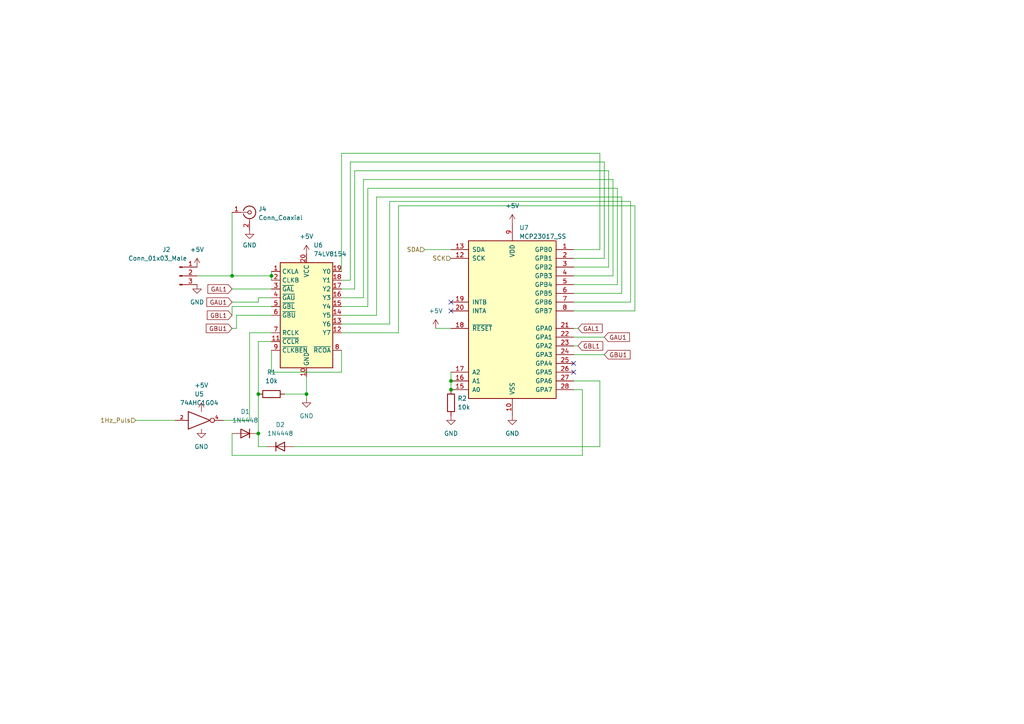
<source format=kicad_sch>
(kicad_sch (version 20211123) (generator eeschema)

  (uuid 462dd96b-90e1-4ed6-b370-eb594599d7b3)

  (paper "A4")

  (lib_symbols
    (symbol "74xGxx:74AHC1G04" (pin_names (offset 1.016)) (in_bom yes) (on_board yes)
      (property "Reference" "U" (id 0) (at -2.54 3.81 0)
        (effects (font (size 1.27 1.27)))
      )
      (property "Value" "74AHC1G04" (id 1) (at 0 -3.81 0)
        (effects (font (size 1.27 1.27)))
      )
      (property "Footprint" "" (id 2) (at 0 0 0)
        (effects (font (size 1.27 1.27)) hide)
      )
      (property "Datasheet" "http://www.ti.com/lit/sg/scyt129e/scyt129e.pdf" (id 3) (at 0 0 0)
        (effects (font (size 1.27 1.27)) hide)
      )
      (property "ki_keywords" "Single Gate NOT LVC CMOS" (id 4) (at 0 0 0)
        (effects (font (size 1.27 1.27)) hide)
      )
      (property "ki_description" "Single NOT Gate, Low-Voltage CMOS" (id 5) (at 0 0 0)
        (effects (font (size 1.27 1.27)) hide)
      )
      (property "ki_fp_filters" "SOT* SG-*" (id 6) (at 0 0 0)
        (effects (font (size 1.27 1.27)) hide)
      )
      (symbol "74AHC1G04_0_1"
        (polyline
          (pts
            (xy -3.81 2.54)
            (xy -3.81 -2.54)
            (xy 2.54 0)
            (xy -3.81 2.54)
          )
          (stroke (width 0.254) (type default) (color 0 0 0 0))
          (fill (type none))
        )
      )
      (symbol "74AHC1G04_1_1"
        (pin input line (at -7.62 0 0) (length 3.81)
          (name "~" (effects (font (size 1.016 1.016))))
          (number "2" (effects (font (size 1.016 1.016))))
        )
        (pin power_in line (at 0 -2.54 270) (length 0) hide
          (name "GND" (effects (font (size 1.016 1.016))))
          (number "3" (effects (font (size 1.016 1.016))))
        )
        (pin output inverted (at 6.35 0 180) (length 3.81)
          (name "~" (effects (font (size 1.016 1.016))))
          (number "4" (effects (font (size 1.016 1.016))))
        )
        (pin power_in line (at 0 2.54 90) (length 0) hide
          (name "VCC" (effects (font (size 1.016 1.016))))
          (number "5" (effects (font (size 1.016 1.016))))
        )
      )
    )
    (symbol "74xx:74LV8154" (in_bom yes) (on_board yes)
      (property "Reference" "U" (id 0) (at -6.35 16.51 0)
        (effects (font (size 1.27 1.27)))
      )
      (property "Value" "74LV8154" (id 1) (at 6.35 16.51 0)
        (effects (font (size 1.27 1.27)))
      )
      (property "Footprint" "" (id 2) (at -6.35 16.51 0)
        (effects (font (size 1.27 1.27)) hide)
      )
      (property "Datasheet" "http://www.ti.com/lit/ds/symlink/sn74lv8154.pdf" (id 3) (at -6.35 16.51 0)
        (effects (font (size 1.27 1.27)) hide)
      )
      (property "ki_keywords" "counter binary" (id 4) (at 0 0 0)
        (effects (font (size 1.27 1.27)) hide)
      )
      (property "ki_description" "Dual 16-bit binary counter" (id 5) (at 0 0 0)
        (effects (font (size 1.27 1.27)) hide)
      )
      (property "ki_fp_filters" "TSSOP*4.4x6.5mm*P0.65mm* DIP*W7.62mm*" (id 6) (at 0 0 0)
        (effects (font (size 1.27 1.27)) hide)
      )
      (symbol "74LV8154_0_1"
        (rectangle (start -7.62 15.24) (end 7.62 -15.24)
          (stroke (width 0.254) (type default) (color 0 0 0 0))
          (fill (type background))
        )
      )
      (symbol "74LV8154_1_1"
        (pin input line (at -10.16 12.7 0) (length 2.54)
          (name "CKLA" (effects (font (size 1.27 1.27))))
          (number "1" (effects (font (size 1.27 1.27))))
        )
        (pin power_in line (at 0 -17.78 90) (length 2.54)
          (name "GND" (effects (font (size 1.27 1.27))))
          (number "10" (effects (font (size 1.27 1.27))))
        )
        (pin input line (at -10.16 -7.62 0) (length 2.54)
          (name "~{CCLR}" (effects (font (size 1.27 1.27))))
          (number "11" (effects (font (size 1.27 1.27))))
        )
        (pin output line (at 10.16 -5.08 180) (length 2.54)
          (name "Y7" (effects (font (size 1.27 1.27))))
          (number "12" (effects (font (size 1.27 1.27))))
        )
        (pin output line (at 10.16 -2.54 180) (length 2.54)
          (name "Y6" (effects (font (size 1.27 1.27))))
          (number "13" (effects (font (size 1.27 1.27))))
        )
        (pin output line (at 10.16 0 180) (length 2.54)
          (name "Y5" (effects (font (size 1.27 1.27))))
          (number "14" (effects (font (size 1.27 1.27))))
        )
        (pin output line (at 10.16 2.54 180) (length 2.54)
          (name "Y4" (effects (font (size 1.27 1.27))))
          (number "15" (effects (font (size 1.27 1.27))))
        )
        (pin output line (at 10.16 5.08 180) (length 2.54)
          (name "Y3" (effects (font (size 1.27 1.27))))
          (number "16" (effects (font (size 1.27 1.27))))
        )
        (pin output line (at 10.16 7.62 180) (length 2.54)
          (name "Y2" (effects (font (size 1.27 1.27))))
          (number "17" (effects (font (size 1.27 1.27))))
        )
        (pin output line (at 10.16 10.16 180) (length 2.54)
          (name "Y1" (effects (font (size 1.27 1.27))))
          (number "18" (effects (font (size 1.27 1.27))))
        )
        (pin output line (at 10.16 12.7 180) (length 2.54)
          (name "Y0" (effects (font (size 1.27 1.27))))
          (number "19" (effects (font (size 1.27 1.27))))
        )
        (pin input line (at -10.16 10.16 0) (length 2.54)
          (name "CLKB" (effects (font (size 1.27 1.27))))
          (number "2" (effects (font (size 1.27 1.27))))
        )
        (pin power_in line (at 0 17.78 270) (length 2.54)
          (name "VCC" (effects (font (size 1.27 1.27))))
          (number "20" (effects (font (size 1.27 1.27))))
        )
        (pin input line (at -10.16 7.62 0) (length 2.54)
          (name "~{GAL}" (effects (font (size 1.27 1.27))))
          (number "3" (effects (font (size 1.27 1.27))))
        )
        (pin input line (at -10.16 5.08 0) (length 2.54)
          (name "~{GAU}" (effects (font (size 1.27 1.27))))
          (number "4" (effects (font (size 1.27 1.27))))
        )
        (pin input line (at -10.16 2.54 0) (length 2.54)
          (name "~{GBL}" (effects (font (size 1.27 1.27))))
          (number "5" (effects (font (size 1.27 1.27))))
        )
        (pin input line (at -10.16 0 0) (length 2.54)
          (name "~{GBU}" (effects (font (size 1.27 1.27))))
          (number "6" (effects (font (size 1.27 1.27))))
        )
        (pin input line (at -10.16 -5.08 0) (length 2.54)
          (name "RCLK" (effects (font (size 1.27 1.27))))
          (number "7" (effects (font (size 1.27 1.27))))
        )
        (pin output line (at 10.16 -10.16 180) (length 2.54)
          (name "~{RCOA}" (effects (font (size 1.27 1.27))))
          (number "8" (effects (font (size 1.27 1.27))))
        )
        (pin input line (at -10.16 -10.16 0) (length 2.54)
          (name "~{CLKBEN}" (effects (font (size 1.27 1.27))))
          (number "9" (effects (font (size 1.27 1.27))))
        )
      )
    )
    (symbol "Connector:Conn_01x03_Male" (pin_names (offset 1.016) hide) (in_bom yes) (on_board yes)
      (property "Reference" "J" (id 0) (at 0 5.08 0)
        (effects (font (size 1.27 1.27)))
      )
      (property "Value" "Conn_01x03_Male" (id 1) (at 0 -5.08 0)
        (effects (font (size 1.27 1.27)))
      )
      (property "Footprint" "" (id 2) (at 0 0 0)
        (effects (font (size 1.27 1.27)) hide)
      )
      (property "Datasheet" "~" (id 3) (at 0 0 0)
        (effects (font (size 1.27 1.27)) hide)
      )
      (property "ki_keywords" "connector" (id 4) (at 0 0 0)
        (effects (font (size 1.27 1.27)) hide)
      )
      (property "ki_description" "Generic connector, single row, 01x03, script generated (kicad-library-utils/schlib/autogen/connector/)" (id 5) (at 0 0 0)
        (effects (font (size 1.27 1.27)) hide)
      )
      (property "ki_fp_filters" "Connector*:*_1x??_*" (id 6) (at 0 0 0)
        (effects (font (size 1.27 1.27)) hide)
      )
      (symbol "Conn_01x03_Male_1_1"
        (polyline
          (pts
            (xy 1.27 -2.54)
            (xy 0.8636 -2.54)
          )
          (stroke (width 0.1524) (type default) (color 0 0 0 0))
          (fill (type none))
        )
        (polyline
          (pts
            (xy 1.27 0)
            (xy 0.8636 0)
          )
          (stroke (width 0.1524) (type default) (color 0 0 0 0))
          (fill (type none))
        )
        (polyline
          (pts
            (xy 1.27 2.54)
            (xy 0.8636 2.54)
          )
          (stroke (width 0.1524) (type default) (color 0 0 0 0))
          (fill (type none))
        )
        (rectangle (start 0.8636 -2.413) (end 0 -2.667)
          (stroke (width 0.1524) (type default) (color 0 0 0 0))
          (fill (type outline))
        )
        (rectangle (start 0.8636 0.127) (end 0 -0.127)
          (stroke (width 0.1524) (type default) (color 0 0 0 0))
          (fill (type outline))
        )
        (rectangle (start 0.8636 2.667) (end 0 2.413)
          (stroke (width 0.1524) (type default) (color 0 0 0 0))
          (fill (type outline))
        )
        (pin passive line (at 5.08 2.54 180) (length 3.81)
          (name "Pin_1" (effects (font (size 1.27 1.27))))
          (number "1" (effects (font (size 1.27 1.27))))
        )
        (pin passive line (at 5.08 0 180) (length 3.81)
          (name "Pin_2" (effects (font (size 1.27 1.27))))
          (number "2" (effects (font (size 1.27 1.27))))
        )
        (pin passive line (at 5.08 -2.54 180) (length 3.81)
          (name "Pin_3" (effects (font (size 1.27 1.27))))
          (number "3" (effects (font (size 1.27 1.27))))
        )
      )
    )
    (symbol "Connector:Conn_Coaxial" (pin_names (offset 1.016) hide) (in_bom yes) (on_board yes)
      (property "Reference" "J" (id 0) (at 0.254 3.048 0)
        (effects (font (size 1.27 1.27)))
      )
      (property "Value" "Conn_Coaxial" (id 1) (at 2.921 0 90)
        (effects (font (size 1.27 1.27)))
      )
      (property "Footprint" "" (id 2) (at 0 0 0)
        (effects (font (size 1.27 1.27)) hide)
      )
      (property "Datasheet" " ~" (id 3) (at 0 0 0)
        (effects (font (size 1.27 1.27)) hide)
      )
      (property "ki_keywords" "BNC SMA SMB SMC LEMO coaxial connector CINCH RCA" (id 4) (at 0 0 0)
        (effects (font (size 1.27 1.27)) hide)
      )
      (property "ki_description" "coaxial connector (BNC, SMA, SMB, SMC, Cinch/RCA, LEMO, ...)" (id 5) (at 0 0 0)
        (effects (font (size 1.27 1.27)) hide)
      )
      (property "ki_fp_filters" "*BNC* *SMA* *SMB* *SMC* *Cinch* *LEMO*" (id 6) (at 0 0 0)
        (effects (font (size 1.27 1.27)) hide)
      )
      (symbol "Conn_Coaxial_0_1"
        (arc (start -1.778 -0.508) (mid 0.2311 -1.8066) (end 1.778 0)
          (stroke (width 0.254) (type default) (color 0 0 0 0))
          (fill (type none))
        )
        (polyline
          (pts
            (xy -2.54 0)
            (xy -0.508 0)
          )
          (stroke (width 0) (type default) (color 0 0 0 0))
          (fill (type none))
        )
        (polyline
          (pts
            (xy 0 -2.54)
            (xy 0 -1.778)
          )
          (stroke (width 0) (type default) (color 0 0 0 0))
          (fill (type none))
        )
        (circle (center 0 0) (radius 0.508)
          (stroke (width 0.2032) (type default) (color 0 0 0 0))
          (fill (type none))
        )
        (arc (start 1.778 0) (mid 0.2099 1.8101) (end -1.778 0.508)
          (stroke (width 0.254) (type default) (color 0 0 0 0))
          (fill (type none))
        )
      )
      (symbol "Conn_Coaxial_1_1"
        (pin passive line (at -5.08 0 0) (length 2.54)
          (name "In" (effects (font (size 1.27 1.27))))
          (number "1" (effects (font (size 1.27 1.27))))
        )
        (pin passive line (at 0 -5.08 90) (length 2.54)
          (name "Ext" (effects (font (size 1.27 1.27))))
          (number "2" (effects (font (size 1.27 1.27))))
        )
      )
    )
    (symbol "Device:R" (pin_numbers hide) (pin_names (offset 0)) (in_bom yes) (on_board yes)
      (property "Reference" "R" (id 0) (at 2.032 0 90)
        (effects (font (size 1.27 1.27)))
      )
      (property "Value" "R" (id 1) (at 0 0 90)
        (effects (font (size 1.27 1.27)))
      )
      (property "Footprint" "" (id 2) (at -1.778 0 90)
        (effects (font (size 1.27 1.27)) hide)
      )
      (property "Datasheet" "~" (id 3) (at 0 0 0)
        (effects (font (size 1.27 1.27)) hide)
      )
      (property "ki_keywords" "R res resistor" (id 4) (at 0 0 0)
        (effects (font (size 1.27 1.27)) hide)
      )
      (property "ki_description" "Resistor" (id 5) (at 0 0 0)
        (effects (font (size 1.27 1.27)) hide)
      )
      (property "ki_fp_filters" "R_*" (id 6) (at 0 0 0)
        (effects (font (size 1.27 1.27)) hide)
      )
      (symbol "R_0_1"
        (rectangle (start -1.016 -2.54) (end 1.016 2.54)
          (stroke (width 0.254) (type default) (color 0 0 0 0))
          (fill (type none))
        )
      )
      (symbol "R_1_1"
        (pin passive line (at 0 3.81 270) (length 1.27)
          (name "~" (effects (font (size 1.27 1.27))))
          (number "1" (effects (font (size 1.27 1.27))))
        )
        (pin passive line (at 0 -3.81 90) (length 1.27)
          (name "~" (effects (font (size 1.27 1.27))))
          (number "2" (effects (font (size 1.27 1.27))))
        )
      )
    )
    (symbol "Diode:1N4448" (pin_numbers hide) (pin_names (offset 1.016) hide) (in_bom yes) (on_board yes)
      (property "Reference" "D" (id 0) (at 0 2.54 0)
        (effects (font (size 1.27 1.27)))
      )
      (property "Value" "1N4448" (id 1) (at 0 -2.54 0)
        (effects (font (size 1.27 1.27)))
      )
      (property "Footprint" "Diode_THT:D_DO-35_SOD27_P7.62mm_Horizontal" (id 2) (at 0 -4.445 0)
        (effects (font (size 1.27 1.27)) hide)
      )
      (property "Datasheet" "https://assets.nexperia.com/documents/data-sheet/1N4148_1N4448.pdf" (id 3) (at 0 0 0)
        (effects (font (size 1.27 1.27)) hide)
      )
      (property "ki_keywords" "diode" (id 4) (at 0 0 0)
        (effects (font (size 1.27 1.27)) hide)
      )
      (property "ki_description" "100V 0.15A High-speed standard diode, DO-35" (id 5) (at 0 0 0)
        (effects (font (size 1.27 1.27)) hide)
      )
      (property "ki_fp_filters" "D*DO?35*" (id 6) (at 0 0 0)
        (effects (font (size 1.27 1.27)) hide)
      )
      (symbol "1N4448_0_1"
        (polyline
          (pts
            (xy -1.27 1.27)
            (xy -1.27 -1.27)
          )
          (stroke (width 0.254) (type default) (color 0 0 0 0))
          (fill (type none))
        )
        (polyline
          (pts
            (xy 1.27 0)
            (xy -1.27 0)
          )
          (stroke (width 0) (type default) (color 0 0 0 0))
          (fill (type none))
        )
        (polyline
          (pts
            (xy 1.27 1.27)
            (xy 1.27 -1.27)
            (xy -1.27 0)
            (xy 1.27 1.27)
          )
          (stroke (width 0.254) (type default) (color 0 0 0 0))
          (fill (type none))
        )
      )
      (symbol "1N4448_1_1"
        (pin passive line (at -3.81 0 0) (length 2.54)
          (name "K" (effects (font (size 1.27 1.27))))
          (number "1" (effects (font (size 1.27 1.27))))
        )
        (pin passive line (at 3.81 0 180) (length 2.54)
          (name "A" (effects (font (size 1.27 1.27))))
          (number "2" (effects (font (size 1.27 1.27))))
        )
      )
    )
    (symbol "Interface_Expansion:MCP23017_SS" (pin_names (offset 1.016)) (in_bom yes) (on_board yes)
      (property "Reference" "U" (id 0) (at -11.43 24.13 0)
        (effects (font (size 1.27 1.27)))
      )
      (property "Value" "MCP23017_SS" (id 1) (at 0 0 0)
        (effects (font (size 1.27 1.27)))
      )
      (property "Footprint" "Package_SO:SSOP-28_5.3x10.2mm_P0.65mm" (id 2) (at 5.08 -25.4 0)
        (effects (font (size 1.27 1.27)) (justify left) hide)
      )
      (property "Datasheet" "http://ww1.microchip.com/downloads/en/DeviceDoc/20001952C.pdf" (id 3) (at 5.08 -27.94 0)
        (effects (font (size 1.27 1.27)) (justify left) hide)
      )
      (property "ki_keywords" "I2C parallel port expander" (id 4) (at 0 0 0)
        (effects (font (size 1.27 1.27)) hide)
      )
      (property "ki_description" "16-bit I/O expander, I2C, interrupts, w pull-ups, SSOP-28" (id 5) (at 0 0 0)
        (effects (font (size 1.27 1.27)) hide)
      )
      (property "ki_fp_filters" "SSOP*5.3x10.2mm*P0.65mm*" (id 6) (at 0 0 0)
        (effects (font (size 1.27 1.27)) hide)
      )
      (symbol "MCP23017_SS_0_1"
        (rectangle (start -12.7 22.86) (end 12.7 -22.86)
          (stroke (width 0.254) (type default) (color 0 0 0 0))
          (fill (type background))
        )
      )
      (symbol "MCP23017_SS_1_1"
        (pin bidirectional line (at 17.78 20.32 180) (length 5.08)
          (name "GPB0" (effects (font (size 1.27 1.27))))
          (number "1" (effects (font (size 1.27 1.27))))
        )
        (pin power_in line (at 0 -27.94 90) (length 5.08)
          (name "VSS" (effects (font (size 1.27 1.27))))
          (number "10" (effects (font (size 1.27 1.27))))
        )
        (pin no_connect line (at -12.7 15.24 0) (length 5.08) hide
          (name "NC" (effects (font (size 1.27 1.27))))
          (number "11" (effects (font (size 1.27 1.27))))
        )
        (pin input line (at -17.78 17.78 0) (length 5.08)
          (name "SCK" (effects (font (size 1.27 1.27))))
          (number "12" (effects (font (size 1.27 1.27))))
        )
        (pin bidirectional line (at -17.78 20.32 0) (length 5.08)
          (name "SDA" (effects (font (size 1.27 1.27))))
          (number "13" (effects (font (size 1.27 1.27))))
        )
        (pin no_connect line (at -12.7 12.7 0) (length 5.08) hide
          (name "NC" (effects (font (size 1.27 1.27))))
          (number "14" (effects (font (size 1.27 1.27))))
        )
        (pin input line (at -17.78 -20.32 0) (length 5.08)
          (name "A0" (effects (font (size 1.27 1.27))))
          (number "15" (effects (font (size 1.27 1.27))))
        )
        (pin input line (at -17.78 -17.78 0) (length 5.08)
          (name "A1" (effects (font (size 1.27 1.27))))
          (number "16" (effects (font (size 1.27 1.27))))
        )
        (pin input line (at -17.78 -15.24 0) (length 5.08)
          (name "A2" (effects (font (size 1.27 1.27))))
          (number "17" (effects (font (size 1.27 1.27))))
        )
        (pin input line (at -17.78 -2.54 0) (length 5.08)
          (name "~{RESET}" (effects (font (size 1.27 1.27))))
          (number "18" (effects (font (size 1.27 1.27))))
        )
        (pin tri_state line (at -17.78 5.08 0) (length 5.08)
          (name "INTB" (effects (font (size 1.27 1.27))))
          (number "19" (effects (font (size 1.27 1.27))))
        )
        (pin bidirectional line (at 17.78 17.78 180) (length 5.08)
          (name "GPB1" (effects (font (size 1.27 1.27))))
          (number "2" (effects (font (size 1.27 1.27))))
        )
        (pin tri_state line (at -17.78 2.54 0) (length 5.08)
          (name "INTA" (effects (font (size 1.27 1.27))))
          (number "20" (effects (font (size 1.27 1.27))))
        )
        (pin bidirectional line (at 17.78 -2.54 180) (length 5.08)
          (name "GPA0" (effects (font (size 1.27 1.27))))
          (number "21" (effects (font (size 1.27 1.27))))
        )
        (pin bidirectional line (at 17.78 -5.08 180) (length 5.08)
          (name "GPA1" (effects (font (size 1.27 1.27))))
          (number "22" (effects (font (size 1.27 1.27))))
        )
        (pin bidirectional line (at 17.78 -7.62 180) (length 5.08)
          (name "GPA2" (effects (font (size 1.27 1.27))))
          (number "23" (effects (font (size 1.27 1.27))))
        )
        (pin bidirectional line (at 17.78 -10.16 180) (length 5.08)
          (name "GPA3" (effects (font (size 1.27 1.27))))
          (number "24" (effects (font (size 1.27 1.27))))
        )
        (pin bidirectional line (at 17.78 -12.7 180) (length 5.08)
          (name "GPA4" (effects (font (size 1.27 1.27))))
          (number "25" (effects (font (size 1.27 1.27))))
        )
        (pin bidirectional line (at 17.78 -15.24 180) (length 5.08)
          (name "GPA5" (effects (font (size 1.27 1.27))))
          (number "26" (effects (font (size 1.27 1.27))))
        )
        (pin bidirectional line (at 17.78 -17.78 180) (length 5.08)
          (name "GPA6" (effects (font (size 1.27 1.27))))
          (number "27" (effects (font (size 1.27 1.27))))
        )
        (pin bidirectional line (at 17.78 -20.32 180) (length 5.08)
          (name "GPA7" (effects (font (size 1.27 1.27))))
          (number "28" (effects (font (size 1.27 1.27))))
        )
        (pin bidirectional line (at 17.78 15.24 180) (length 5.08)
          (name "GPB2" (effects (font (size 1.27 1.27))))
          (number "3" (effects (font (size 1.27 1.27))))
        )
        (pin bidirectional line (at 17.78 12.7 180) (length 5.08)
          (name "GPB3" (effects (font (size 1.27 1.27))))
          (number "4" (effects (font (size 1.27 1.27))))
        )
        (pin bidirectional line (at 17.78 10.16 180) (length 5.08)
          (name "GPB4" (effects (font (size 1.27 1.27))))
          (number "5" (effects (font (size 1.27 1.27))))
        )
        (pin bidirectional line (at 17.78 7.62 180) (length 5.08)
          (name "GPB5" (effects (font (size 1.27 1.27))))
          (number "6" (effects (font (size 1.27 1.27))))
        )
        (pin bidirectional line (at 17.78 5.08 180) (length 5.08)
          (name "GPB6" (effects (font (size 1.27 1.27))))
          (number "7" (effects (font (size 1.27 1.27))))
        )
        (pin bidirectional line (at 17.78 2.54 180) (length 5.08)
          (name "GPB7" (effects (font (size 1.27 1.27))))
          (number "8" (effects (font (size 1.27 1.27))))
        )
        (pin power_in line (at 0 27.94 270) (length 5.08)
          (name "VDD" (effects (font (size 1.27 1.27))))
          (number "9" (effects (font (size 1.27 1.27))))
        )
      )
    )
    (symbol "power:+5V" (power) (pin_names (offset 0)) (in_bom yes) (on_board yes)
      (property "Reference" "#PWR" (id 0) (at 0 -3.81 0)
        (effects (font (size 1.27 1.27)) hide)
      )
      (property "Value" "+5V" (id 1) (at 0 3.556 0)
        (effects (font (size 1.27 1.27)))
      )
      (property "Footprint" "" (id 2) (at 0 0 0)
        (effects (font (size 1.27 1.27)) hide)
      )
      (property "Datasheet" "" (id 3) (at 0 0 0)
        (effects (font (size 1.27 1.27)) hide)
      )
      (property "ki_keywords" "power-flag" (id 4) (at 0 0 0)
        (effects (font (size 1.27 1.27)) hide)
      )
      (property "ki_description" "Power symbol creates a global label with name \"+5V\"" (id 5) (at 0 0 0)
        (effects (font (size 1.27 1.27)) hide)
      )
      (symbol "+5V_0_1"
        (polyline
          (pts
            (xy -0.762 1.27)
            (xy 0 2.54)
          )
          (stroke (width 0) (type default) (color 0 0 0 0))
          (fill (type none))
        )
        (polyline
          (pts
            (xy 0 0)
            (xy 0 2.54)
          )
          (stroke (width 0) (type default) (color 0 0 0 0))
          (fill (type none))
        )
        (polyline
          (pts
            (xy 0 2.54)
            (xy 0.762 1.27)
          )
          (stroke (width 0) (type default) (color 0 0 0 0))
          (fill (type none))
        )
      )
      (symbol "+5V_1_1"
        (pin power_in line (at 0 0 90) (length 0) hide
          (name "+5V" (effects (font (size 1.27 1.27))))
          (number "1" (effects (font (size 1.27 1.27))))
        )
      )
    )
    (symbol "power:GND" (power) (pin_names (offset 0)) (in_bom yes) (on_board yes)
      (property "Reference" "#PWR" (id 0) (at 0 -6.35 0)
        (effects (font (size 1.27 1.27)) hide)
      )
      (property "Value" "GND" (id 1) (at 0 -3.81 0)
        (effects (font (size 1.27 1.27)))
      )
      (property "Footprint" "" (id 2) (at 0 0 0)
        (effects (font (size 1.27 1.27)) hide)
      )
      (property "Datasheet" "" (id 3) (at 0 0 0)
        (effects (font (size 1.27 1.27)) hide)
      )
      (property "ki_keywords" "power-flag" (id 4) (at 0 0 0)
        (effects (font (size 1.27 1.27)) hide)
      )
      (property "ki_description" "Power symbol creates a global label with name \"GND\" , ground" (id 5) (at 0 0 0)
        (effects (font (size 1.27 1.27)) hide)
      )
      (symbol "GND_0_1"
        (polyline
          (pts
            (xy 0 0)
            (xy 0 -1.27)
            (xy 1.27 -1.27)
            (xy 0 -2.54)
            (xy -1.27 -1.27)
            (xy 0 -1.27)
          )
          (stroke (width 0) (type default) (color 0 0 0 0))
          (fill (type none))
        )
      )
      (symbol "GND_1_1"
        (pin power_in line (at 0 0 270) (length 0) hide
          (name "GND" (effects (font (size 1.27 1.27))))
          (number "1" (effects (font (size 1.27 1.27))))
        )
      )
    )
  )

  (junction (at 78.74 80.01) (diameter 0) (color 0 0 0 0)
    (uuid 528dc2c9-78f3-4780-b9e5-25d42ad10d4b)
  )
  (junction (at 74.93 114.3) (diameter 0) (color 0 0 0 0)
    (uuid 806fcf48-1c5f-4331-8640-38aa2ca0bed6)
  )
  (junction (at 130.81 113.03) (diameter 0) (color 0 0 0 0)
    (uuid a08bd84a-ae0c-49f8-ba7f-5c3f835bf494)
  )
  (junction (at 88.9 114.3) (diameter 0) (color 0 0 0 0)
    (uuid a1a1b6fa-f9ef-4917-a446-8c932e39f25f)
  )
  (junction (at 74.93 125.73) (diameter 0) (color 0 0 0 0)
    (uuid dc1e1b33-724a-406b-8a92-f5d6bad564d3)
  )
  (junction (at 130.81 110.49) (diameter 0) (color 0 0 0 0)
    (uuid e9190e82-546a-40d6-955b-9787bb082f37)
  )
  (junction (at 67.31 80.01) (diameter 0) (color 0 0 0 0)
    (uuid e94c73a5-780c-47c4-90a4-8b7023c0c28a)
  )

  (no_connect (at 166.37 105.41) (uuid fb43c499-622e-4b03-a25e-5b2cb42e9eb5))
  (no_connect (at 166.37 107.95) (uuid fb43c499-622e-4b03-a25e-5b2cb42e9eb6))
  (no_connect (at 130.81 87.63) (uuid fb43c499-622e-4b03-a25e-5b2cb42e9eb7))
  (no_connect (at 130.81 90.17) (uuid fb43c499-622e-4b03-a25e-5b2cb42e9eb8))

  (wire (pts (xy 72.39 96.52) (xy 78.74 96.52))
    (stroke (width 0) (type default) (color 0 0 0 0))
    (uuid 03980039-39ec-4cf6-98c7-60fa64f5221c)
  )
  (wire (pts (xy 173.99 44.45) (xy 173.99 72.39))
    (stroke (width 0) (type default) (color 0 0 0 0))
    (uuid 0be636d2-fd94-4ebf-a72b-ce81ad44e116)
  )
  (wire (pts (xy 168.91 113.03) (xy 166.37 113.03))
    (stroke (width 0) (type default) (color 0 0 0 0))
    (uuid 0ded13ec-4cae-4687-a91e-fa95c27982c6)
  )
  (wire (pts (xy 101.6 81.28) (xy 99.06 81.28))
    (stroke (width 0) (type default) (color 0 0 0 0))
    (uuid 0fe61578-5e24-4045-916d-16d6751899a9)
  )
  (wire (pts (xy 166.37 95.25) (xy 167.64 95.25))
    (stroke (width 0) (type default) (color 0 0 0 0))
    (uuid 1182cc2b-0b31-4943-8333-f4b4cb7533b9)
  )
  (wire (pts (xy 78.74 99.06) (xy 74.93 99.06))
    (stroke (width 0) (type default) (color 0 0 0 0))
    (uuid 11a3ecb8-2492-4442-aa63-a0a501f8a8f2)
  )
  (wire (pts (xy 78.74 78.74) (xy 78.74 80.01))
    (stroke (width 0) (type default) (color 0 0 0 0))
    (uuid 148ad5ad-bea8-499d-827f-75cac8dfe713)
  )
  (wire (pts (xy 99.06 88.9) (xy 106.68 88.9))
    (stroke (width 0) (type default) (color 0 0 0 0))
    (uuid 15b12781-2213-4a1c-9a98-03787acbe6ea)
  )
  (wire (pts (xy 109.22 91.44) (xy 99.06 91.44))
    (stroke (width 0) (type default) (color 0 0 0 0))
    (uuid 1dfcaa04-ee6d-4a4d-9296-3eedf047f7bb)
  )
  (wire (pts (xy 113.03 58.42) (xy 182.88 58.42))
    (stroke (width 0) (type default) (color 0 0 0 0))
    (uuid 2036ba67-4200-416c-a13a-b3937b43a028)
  )
  (wire (pts (xy 166.37 82.55) (xy 179.07 82.55))
    (stroke (width 0) (type default) (color 0 0 0 0))
    (uuid 24905a9a-681b-4f82-b303-8f1a4fcc6d70)
  )
  (wire (pts (xy 67.31 88.9) (xy 67.31 91.44))
    (stroke (width 0) (type default) (color 0 0 0 0))
    (uuid 27fcf788-7528-4a8a-8db0-9e93c940dbfd)
  )
  (wire (pts (xy 105.41 52.07) (xy 177.8 52.07))
    (stroke (width 0) (type default) (color 0 0 0 0))
    (uuid 2b7b6a3f-e32e-4ccf-b3c3-46d9e5590d5a)
  )
  (wire (pts (xy 78.74 88.9) (xy 67.31 88.9))
    (stroke (width 0) (type default) (color 0 0 0 0))
    (uuid 2c6eeff1-d83a-4814-80ef-64ee6b8aea0b)
  )
  (wire (pts (xy 102.87 49.53) (xy 102.87 83.82))
    (stroke (width 0) (type default) (color 0 0 0 0))
    (uuid 308f957b-879b-49e3-a443-7a70b1e1d8bd)
  )
  (wire (pts (xy 57.15 80.01) (xy 67.31 80.01))
    (stroke (width 0) (type default) (color 0 0 0 0))
    (uuid 30e91fd4-cebd-4685-a261-bbf9eb4ce415)
  )
  (wire (pts (xy 102.87 49.53) (xy 176.53 49.53))
    (stroke (width 0) (type default) (color 0 0 0 0))
    (uuid 33733156-d678-4474-a1fe-aa15828523b4)
  )
  (wire (pts (xy 115.57 59.69) (xy 184.15 59.69))
    (stroke (width 0) (type default) (color 0 0 0 0))
    (uuid 33f96a21-01ec-420f-8cd4-8f4088641746)
  )
  (wire (pts (xy 68.58 91.44) (xy 78.74 91.44))
    (stroke (width 0) (type default) (color 0 0 0 0))
    (uuid 34e2e5f8-1896-4609-b86e-1153105eeccf)
  )
  (wire (pts (xy 99.06 93.98) (xy 113.03 93.98))
    (stroke (width 0) (type default) (color 0 0 0 0))
    (uuid 452332d6-7fc6-4c55-bbd8-80a9cba7503b)
  )
  (wire (pts (xy 109.22 57.15) (xy 180.34 57.15))
    (stroke (width 0) (type default) (color 0 0 0 0))
    (uuid 48a53b77-df80-41d0-bdd5-548e3272f54f)
  )
  (wire (pts (xy 85.09 129.54) (xy 173.99 129.54))
    (stroke (width 0) (type default) (color 0 0 0 0))
    (uuid 49c64e25-4f3d-497d-8240-c3297a9bc3cd)
  )
  (wire (pts (xy 74.93 129.54) (xy 77.47 129.54))
    (stroke (width 0) (type default) (color 0 0 0 0))
    (uuid 4a19b5ae-7921-4237-a4c3-bd631bb27d8c)
  )
  (wire (pts (xy 106.68 88.9) (xy 106.68 54.61))
    (stroke (width 0) (type default) (color 0 0 0 0))
    (uuid 4ca5d85c-6b9d-48d2-ad5a-539ba733f912)
  )
  (wire (pts (xy 74.93 86.36) (xy 78.74 86.36))
    (stroke (width 0) (type default) (color 0 0 0 0))
    (uuid 4ee0adaa-f37a-4b1e-9b72-fe76c695d037)
  )
  (wire (pts (xy 109.22 91.44) (xy 109.22 57.15))
    (stroke (width 0) (type default) (color 0 0 0 0))
    (uuid 50d1cb8a-b294-4fe8-b8c0-457bc22a5e2d)
  )
  (wire (pts (xy 182.88 58.42) (xy 182.88 87.63))
    (stroke (width 0) (type default) (color 0 0 0 0))
    (uuid 542cf290-ecb9-4e76-952f-20d505bd07a8)
  )
  (wire (pts (xy 67.31 87.63) (xy 74.93 87.63))
    (stroke (width 0) (type default) (color 0 0 0 0))
    (uuid 5a7b7df1-860a-4c78-be0b-831b5de68c12)
  )
  (wire (pts (xy 39.37 121.92) (xy 50.8 121.92))
    (stroke (width 0) (type default) (color 0 0 0 0))
    (uuid 5ad61c82-dfca-478a-a314-3b15afa2208b)
  )
  (wire (pts (xy 123.19 72.39) (xy 130.81 72.39))
    (stroke (width 0) (type default) (color 0 0 0 0))
    (uuid 5ef9eaeb-5dc1-4529-a4b8-3beaaf97be5c)
  )
  (wire (pts (xy 115.57 96.52) (xy 115.57 59.69))
    (stroke (width 0) (type default) (color 0 0 0 0))
    (uuid 6033cc2b-d0ab-42e4-8ee6-38c91ebaa757)
  )
  (wire (pts (xy 67.31 80.01) (xy 78.74 80.01))
    (stroke (width 0) (type default) (color 0 0 0 0))
    (uuid 641e025a-30ba-4ecb-8663-19a91a445dee)
  )
  (wire (pts (xy 166.37 74.93) (xy 175.26 74.93))
    (stroke (width 0) (type default) (color 0 0 0 0))
    (uuid 64a60161-047a-45c9-9abb-ed07145087e8)
  )
  (wire (pts (xy 166.37 72.39) (xy 173.99 72.39))
    (stroke (width 0) (type default) (color 0 0 0 0))
    (uuid 66eea855-9e45-4459-8648-1a1cd099104b)
  )
  (wire (pts (xy 74.93 99.06) (xy 74.93 114.3))
    (stroke (width 0) (type default) (color 0 0 0 0))
    (uuid 6d416afe-bd6e-41a1-8d19-c82597fad24b)
  )
  (wire (pts (xy 177.8 52.07) (xy 177.8 80.01))
    (stroke (width 0) (type default) (color 0 0 0 0))
    (uuid 79a71ceb-dd76-436b-b772-b533b792e3bc)
  )
  (wire (pts (xy 68.58 95.25) (xy 68.58 91.44))
    (stroke (width 0) (type default) (color 0 0 0 0))
    (uuid 7d230589-991c-4c44-b89d-f76385bba550)
  )
  (wire (pts (xy 179.07 54.61) (xy 179.07 82.55))
    (stroke (width 0) (type default) (color 0 0 0 0))
    (uuid 834df122-1536-4198-8812-479ada1dce06)
  )
  (wire (pts (xy 173.99 129.54) (xy 173.99 110.49))
    (stroke (width 0) (type default) (color 0 0 0 0))
    (uuid 836e95b2-dc25-4d45-a288-8b9e0c66c16d)
  )
  (wire (pts (xy 67.31 132.08) (xy 168.91 132.08))
    (stroke (width 0) (type default) (color 0 0 0 0))
    (uuid 85b08fe1-6f63-465c-bafc-7f2ae8c283e6)
  )
  (wire (pts (xy 74.93 114.3) (xy 74.93 125.73))
    (stroke (width 0) (type default) (color 0 0 0 0))
    (uuid 8c35350f-91b9-40e8-b926-a6b5da6a7cb8)
  )
  (wire (pts (xy 175.26 46.99) (xy 175.26 74.93))
    (stroke (width 0) (type default) (color 0 0 0 0))
    (uuid 8dc7de7e-7055-4766-8218-c5032c42f925)
  )
  (wire (pts (xy 78.74 80.01) (xy 78.74 81.28))
    (stroke (width 0) (type default) (color 0 0 0 0))
    (uuid 8f812c1a-50bc-4172-b521-f2f9d1d0db15)
  )
  (wire (pts (xy 168.91 132.08) (xy 168.91 113.03))
    (stroke (width 0) (type default) (color 0 0 0 0))
    (uuid 90cc93f1-d76f-44fa-9c48-f6fd537eea7d)
  )
  (wire (pts (xy 126.365 95.25) (xy 130.81 95.25))
    (stroke (width 0) (type default) (color 0 0 0 0))
    (uuid 9340b6e0-7b9e-4f17-b623-60819867d352)
  )
  (wire (pts (xy 74.93 87.63) (xy 74.93 86.36))
    (stroke (width 0) (type default) (color 0 0 0 0))
    (uuid 94c57c01-2e8f-456b-83fb-2ec368cb92a0)
  )
  (wire (pts (xy 67.31 95.25) (xy 68.58 95.25))
    (stroke (width 0) (type default) (color 0 0 0 0))
    (uuid 9a782e73-b6bc-42a9-8f2d-192bbdad2401)
  )
  (wire (pts (xy 182.88 87.63) (xy 166.37 87.63))
    (stroke (width 0) (type default) (color 0 0 0 0))
    (uuid 9c10a86d-2db3-4e9b-9817-a9e726ecc019)
  )
  (wire (pts (xy 105.41 86.36) (xy 99.06 86.36))
    (stroke (width 0) (type default) (color 0 0 0 0))
    (uuid 9cc92a0c-f9e9-408d-8738-430cc1957fb3)
  )
  (wire (pts (xy 88.9 109.22) (xy 88.9 114.3))
    (stroke (width 0) (type default) (color 0 0 0 0))
    (uuid 9eafcbe1-e854-4643-9aaf-11aed2873d7a)
  )
  (wire (pts (xy 99.06 96.52) (xy 115.57 96.52))
    (stroke (width 0) (type default) (color 0 0 0 0))
    (uuid 9f277fb6-14c5-4ade-a3aa-7f98e6d3d27e)
  )
  (wire (pts (xy 106.68 54.61) (xy 179.07 54.61))
    (stroke (width 0) (type default) (color 0 0 0 0))
    (uuid a409e16a-80cf-41cd-aac7-17112ef83e22)
  )
  (wire (pts (xy 99.06 107.95) (xy 99.06 101.6))
    (stroke (width 0) (type default) (color 0 0 0 0))
    (uuid a68b6906-1e9c-4a8e-b436-974b77aad823)
  )
  (wire (pts (xy 99.06 44.45) (xy 173.99 44.45))
    (stroke (width 0) (type default) (color 0 0 0 0))
    (uuid a8532247-13da-4142-bc34-2f8bba7d4daa)
  )
  (wire (pts (xy 176.53 49.53) (xy 176.53 77.47))
    (stroke (width 0) (type default) (color 0 0 0 0))
    (uuid a9223f35-beb0-4d99-9ad1-3a089fdcef50)
  )
  (wire (pts (xy 166.37 85.09) (xy 180.34 85.09))
    (stroke (width 0) (type default) (color 0 0 0 0))
    (uuid b3ee1bb6-c6c8-4d5e-b835-84ca4a379ea3)
  )
  (wire (pts (xy 130.81 110.49) (xy 130.81 113.03))
    (stroke (width 0) (type default) (color 0 0 0 0))
    (uuid bc17f851-171c-4bd9-9e63-c47a7cdfe022)
  )
  (wire (pts (xy 166.37 77.47) (xy 176.53 77.47))
    (stroke (width 0) (type default) (color 0 0 0 0))
    (uuid bcbc28e2-6f20-44c4-b820-e092f005c060)
  )
  (wire (pts (xy 67.31 83.82) (xy 78.74 83.82))
    (stroke (width 0) (type default) (color 0 0 0 0))
    (uuid beeca663-2f0e-474d-b22e-72bea1327c77)
  )
  (wire (pts (xy 99.06 78.74) (xy 99.06 44.45))
    (stroke (width 0) (type default) (color 0 0 0 0))
    (uuid bf1d285c-059d-4c26-915b-2980ce699cd9)
  )
  (wire (pts (xy 180.34 57.15) (xy 180.34 85.09))
    (stroke (width 0) (type default) (color 0 0 0 0))
    (uuid c380c3ea-0bad-4596-8f85-c943be8bef1b)
  )
  (wire (pts (xy 173.99 110.49) (xy 166.37 110.49))
    (stroke (width 0) (type default) (color 0 0 0 0))
    (uuid c7592e29-37c9-4982-9368-e7c74d37f7be)
  )
  (wire (pts (xy 105.41 86.36) (xy 105.41 52.07))
    (stroke (width 0) (type default) (color 0 0 0 0))
    (uuid d288c6b4-a2dc-4153-8a4b-d48ec7e75826)
  )
  (wire (pts (xy 101.6 46.99) (xy 101.6 81.28))
    (stroke (width 0) (type default) (color 0 0 0 0))
    (uuid d5113ab5-5772-4066-8b5c-655544b74ed6)
  )
  (wire (pts (xy 67.31 61.595) (xy 67.31 80.01))
    (stroke (width 0) (type default) (color 0 0 0 0))
    (uuid d58a60cd-09a1-42c3-9623-6917f0cee99c)
  )
  (wire (pts (xy 130.81 107.95) (xy 130.81 110.49))
    (stroke (width 0) (type default) (color 0 0 0 0))
    (uuid d9c431dd-031d-448e-86b7-6c427e88e2af)
  )
  (wire (pts (xy 113.03 93.98) (xy 113.03 58.42))
    (stroke (width 0) (type default) (color 0 0 0 0))
    (uuid e0680e84-af29-47a9-a13a-c06da95fc95b)
  )
  (wire (pts (xy 82.55 114.3) (xy 88.9 114.3))
    (stroke (width 0) (type default) (color 0 0 0 0))
    (uuid e0857fb5-dc84-46d1-bc50-dc8158fff279)
  )
  (wire (pts (xy 64.77 121.92) (xy 72.39 121.92))
    (stroke (width 0) (type default) (color 0 0 0 0))
    (uuid e0f205b8-65f5-45ed-a4c0-c92c5f0e72a2)
  )
  (wire (pts (xy 166.37 97.79) (xy 175.26 97.79))
    (stroke (width 0) (type default) (color 0 0 0 0))
    (uuid e2795eaa-ab18-43fc-afda-20cb6566e5c4)
  )
  (wire (pts (xy 184.15 59.69) (xy 184.15 90.17))
    (stroke (width 0) (type default) (color 0 0 0 0))
    (uuid e438e3af-d687-43fe-9215-bf074171b955)
  )
  (wire (pts (xy 184.15 90.17) (xy 166.37 90.17))
    (stroke (width 0) (type default) (color 0 0 0 0))
    (uuid e544c305-31c2-4af5-abec-15009f04fa37)
  )
  (wire (pts (xy 72.39 121.92) (xy 72.39 96.52))
    (stroke (width 0) (type default) (color 0 0 0 0))
    (uuid e6fd3e64-7ef7-4a75-9eff-b9d79747d958)
  )
  (wire (pts (xy 78.74 107.95) (xy 99.06 107.95))
    (stroke (width 0) (type default) (color 0 0 0 0))
    (uuid e7052f77-6cb4-4825-8642-b94a60eb22db)
  )
  (wire (pts (xy 166.37 100.33) (xy 167.64 100.33))
    (stroke (width 0) (type default) (color 0 0 0 0))
    (uuid e8bfe88f-fa0c-4a1d-8047-7a44f59e0691)
  )
  (wire (pts (xy 74.93 125.73) (xy 74.93 129.54))
    (stroke (width 0) (type default) (color 0 0 0 0))
    (uuid ecdcfbce-c41f-47eb-880f-9bab32328c72)
  )
  (wire (pts (xy 78.74 101.6) (xy 78.74 107.95))
    (stroke (width 0) (type default) (color 0 0 0 0))
    (uuid f1bbe79b-ca9a-4716-9127-030a4929d0c2)
  )
  (wire (pts (xy 99.06 83.82) (xy 102.87 83.82))
    (stroke (width 0) (type default) (color 0 0 0 0))
    (uuid f2bdf75d-64c0-4257-82ec-62c2799d53d4)
  )
  (wire (pts (xy 101.6 46.99) (xy 175.26 46.99))
    (stroke (width 0) (type default) (color 0 0 0 0))
    (uuid f347eca4-0483-442d-a1f6-afe3b295043c)
  )
  (wire (pts (xy 166.37 102.87) (xy 175.26 102.87))
    (stroke (width 0) (type default) (color 0 0 0 0))
    (uuid f5b3b80b-7e3a-45aa-acb8-e4f7bc08a40e)
  )
  (wire (pts (xy 67.31 125.73) (xy 67.31 132.08))
    (stroke (width 0) (type default) (color 0 0 0 0))
    (uuid f638ad49-a4c1-429d-9736-5b641ad343e0)
  )
  (wire (pts (xy 166.37 80.01) (xy 177.8 80.01))
    (stroke (width 0) (type default) (color 0 0 0 0))
    (uuid faacbe14-adcd-43c5-91b4-7eb96e62d2b7)
  )
  (wire (pts (xy 88.9 114.3) (xy 88.9 115.57))
    (stroke (width 0) (type default) (color 0 0 0 0))
    (uuid faeb2e50-d35a-45cf-9df5-317408237d2d)
  )

  (global_label "GAU1" (shape input) (at 67.31 87.63 180) (fields_autoplaced)
    (effects (font (size 1.27 1.27)) (justify right))
    (uuid 3eeda211-1d5b-47b0-97dc-784d7528d367)
    (property "Intersheet References" "${INTERSHEET_REFS}" (id 0) (at 59.9983 87.5506 0)
      (effects (font (size 1.27 1.27)) (justify right) hide)
    )
  )
  (global_label "GBU1" (shape input) (at 67.31 95.25 180) (fields_autoplaced)
    (effects (font (size 1.27 1.27)) (justify right))
    (uuid 857a0be8-1f78-44a8-bd3c-8b8182eecedc)
    (property "Intersheet References" "${INTERSHEET_REFS}" (id 0) (at 59.8169 95.1706 0)
      (effects (font (size 1.27 1.27)) (justify right) hide)
    )
  )
  (global_label "GBL1" (shape input) (at 67.31 91.44 180) (fields_autoplaced)
    (effects (font (size 1.27 1.27)) (justify right))
    (uuid 8b2d8e79-c572-4b8b-9bf1-7eb24c4e851b)
    (property "Intersheet References" "${INTERSHEET_REFS}" (id 0) (at 60.1193 91.3606 0)
      (effects (font (size 1.27 1.27)) (justify right) hide)
    )
  )
  (global_label "GAL1" (shape input) (at 67.31 83.82 180) (fields_autoplaced)
    (effects (font (size 1.27 1.27)) (justify right))
    (uuid 9788744a-5b5d-4d08-9e5d-9443bec39ede)
    (property "Intersheet References" "${INTERSHEET_REFS}" (id 0) (at 60.3007 83.7406 0)
      (effects (font (size 1.27 1.27)) (justify right) hide)
    )
  )
  (global_label "GBU1" (shape input) (at 175.26 102.87 0) (fields_autoplaced)
    (effects (font (size 1.27 1.27)) (justify left))
    (uuid a4464d6f-2693-4496-9d54-a28169adf5c3)
    (property "Intersheet References" "${INTERSHEET_REFS}" (id 0) (at 182.7531 102.9494 0)
      (effects (font (size 1.27 1.27)) (justify left) hide)
    )
  )
  (global_label "GAU1" (shape input) (at 175.26 97.79 0) (fields_autoplaced)
    (effects (font (size 1.27 1.27)) (justify left))
    (uuid aaeded94-a17d-4d3e-b9e5-d537a5ee030c)
    (property "Intersheet References" "${INTERSHEET_REFS}" (id 0) (at 182.5717 97.8694 0)
      (effects (font (size 1.27 1.27)) (justify left) hide)
    )
  )
  (global_label "GBL1" (shape input) (at 167.64 100.33 0) (fields_autoplaced)
    (effects (font (size 1.27 1.27)) (justify left))
    (uuid d0d681a4-76be-47c7-baa2-af3c389746f1)
    (property "Intersheet References" "${INTERSHEET_REFS}" (id 0) (at 174.8307 100.4094 0)
      (effects (font (size 1.27 1.27)) (justify left) hide)
    )
  )
  (global_label "GAL1" (shape input) (at 167.64 95.25 0) (fields_autoplaced)
    (effects (font (size 1.27 1.27)) (justify left))
    (uuid d4c23807-9212-4620-a664-015aa31aa067)
    (property "Intersheet References" "${INTERSHEET_REFS}" (id 0) (at 174.6493 95.3294 0)
      (effects (font (size 1.27 1.27)) (justify left) hide)
    )
  )

  (hierarchical_label "SCK" (shape input) (at 130.81 74.93 180)
    (effects (font (size 1.27 1.27)) (justify right))
    (uuid 104a9cb5-2e2f-455b-9d22-bea62265f9be)
  )
  (hierarchical_label "1Hz_Puls" (shape input) (at 39.37 121.92 180)
    (effects (font (size 1.27 1.27)) (justify right))
    (uuid 54d5ace0-1ca9-4600-ae04-cae979eba4cd)
  )
  (hierarchical_label "SDA" (shape input) (at 123.19 72.39 180)
    (effects (font (size 1.27 1.27)) (justify right))
    (uuid e014c3c7-5992-4c34-8b5a-573a2064eac9)
  )

  (symbol (lib_id "power:+5V") (at 58.42 119.38 0) (unit 1)
    (in_bom yes) (on_board yes)
    (uuid 050fdb6d-8bdb-47d0-b293-2264432f1179)
    (property "Reference" "#PWR020" (id 0) (at 58.42 123.19 0)
      (effects (font (size 1.27 1.27)) hide)
    )
    (property "Value" "+5V" (id 1) (at 58.42 111.76 0))
    (property "Footprint" "" (id 2) (at 58.42 119.38 0)
      (effects (font (size 1.27 1.27)) hide)
    )
    (property "Datasheet" "" (id 3) (at 58.42 119.38 0)
      (effects (font (size 1.27 1.27)) hide)
    )
    (pin "1" (uuid b788e42c-457e-4558-a484-4c4ac9ed040e))
  )

  (symbol (lib_id "power:+5V") (at 88.9 73.66 0) (unit 1)
    (in_bom yes) (on_board yes) (fields_autoplaced)
    (uuid 11e0c321-4b47-492a-9919-24d865891265)
    (property "Reference" "#PWR022" (id 0) (at 88.9 77.47 0)
      (effects (font (size 1.27 1.27)) hide)
    )
    (property "Value" "+5V" (id 1) (at 88.9 68.58 0))
    (property "Footprint" "" (id 2) (at 88.9 73.66 0)
      (effects (font (size 1.27 1.27)) hide)
    )
    (property "Datasheet" "" (id 3) (at 88.9 73.66 0)
      (effects (font (size 1.27 1.27)) hide)
    )
    (pin "1" (uuid 86e2c0f8-99b9-4ec5-b126-21c500ef3d86))
  )

  (symbol (lib_id "power:GND") (at 88.9 115.57 0) (unit 1)
    (in_bom yes) (on_board yes) (fields_autoplaced)
    (uuid 29a11128-b632-4365-8bc0-1445135e7a8e)
    (property "Reference" "#PWR023" (id 0) (at 88.9 121.92 0)
      (effects (font (size 1.27 1.27)) hide)
    )
    (property "Value" "GND" (id 1) (at 88.9 120.65 0))
    (property "Footprint" "" (id 2) (at 88.9 115.57 0)
      (effects (font (size 1.27 1.27)) hide)
    )
    (property "Datasheet" "" (id 3) (at 88.9 115.57 0)
      (effects (font (size 1.27 1.27)) hide)
    )
    (pin "1" (uuid 6f1b3bf4-b8cd-4d2c-8698-88ec54760d26))
  )

  (symbol (lib_id "power:GND") (at 57.15 82.55 0) (unit 1)
    (in_bom yes) (on_board yes) (fields_autoplaced)
    (uuid 360d409a-5d4b-4f2a-9921-f255b2fa140e)
    (property "Reference" "#PWR019" (id 0) (at 57.15 88.9 0)
      (effects (font (size 1.27 1.27)) hide)
    )
    (property "Value" "GND" (id 1) (at 57.15 87.63 0))
    (property "Footprint" "" (id 2) (at 57.15 82.55 0)
      (effects (font (size 1.27 1.27)) hide)
    )
    (property "Datasheet" "" (id 3) (at 57.15 82.55 0)
      (effects (font (size 1.27 1.27)) hide)
    )
    (pin "1" (uuid 1cf047b7-0472-49f5-a06f-5c232f3acff5))
  )

  (symbol (lib_id "Connector:Conn_Coaxial") (at 72.39 61.595 0) (unit 1)
    (in_bom yes) (on_board yes) (fields_autoplaced)
    (uuid 39b7d4cd-d6e1-4b30-9b46-e37248de669d)
    (property "Reference" "J4" (id 0) (at 74.93 60.6181 0)
      (effects (font (size 1.27 1.27)) (justify left))
    )
    (property "Value" "Conn_Coaxial" (id 1) (at 74.93 63.1581 0)
      (effects (font (size 1.27 1.27)) (justify left))
    )
    (property "Footprint" "Connector_Coaxial:BNC_Amphenol_B6252HB-NPP3G-50_Horizontal" (id 2) (at 72.39 61.595 0)
      (effects (font (size 1.27 1.27)) hide)
    )
    (property "Datasheet" " ~" (id 3) (at 72.39 61.595 0)
      (effects (font (size 1.27 1.27)) hide)
    )
    (pin "1" (uuid 9b01365a-9944-4089-ba2c-188d0caa0e7b))
    (pin "2" (uuid eca3ee0f-93f8-4404-834d-789a0d6b9fbe))
  )

  (symbol (lib_id "power:GND") (at 58.42 124.46 0) (unit 1)
    (in_bom yes) (on_board yes) (fields_autoplaced)
    (uuid 5faedb71-8021-4382-9264-e27bd70dae86)
    (property "Reference" "#PWR021" (id 0) (at 58.42 130.81 0)
      (effects (font (size 1.27 1.27)) hide)
    )
    (property "Value" "GND" (id 1) (at 58.42 129.54 0))
    (property "Footprint" "" (id 2) (at 58.42 124.46 0)
      (effects (font (size 1.27 1.27)) hide)
    )
    (property "Datasheet" "" (id 3) (at 58.42 124.46 0)
      (effects (font (size 1.27 1.27)) hide)
    )
    (pin "1" (uuid 2326244a-83c3-40f2-90c2-0b6344306858))
  )

  (symbol (lib_id "Interface_Expansion:MCP23017_SS") (at 148.59 92.71 0) (unit 1)
    (in_bom yes) (on_board yes) (fields_autoplaced)
    (uuid 7108b0b1-5314-4f24-99aa-8289380a76f7)
    (property "Reference" "U7" (id 0) (at 150.6094 66.04 0)
      (effects (font (size 1.27 1.27)) (justify left))
    )
    (property "Value" "MCP23017_SS" (id 1) (at 150.6094 68.58 0)
      (effects (font (size 1.27 1.27)) (justify left))
    )
    (property "Footprint" "Package_SO:SSOP-28_5.3x10.2mm_P0.65mm" (id 2) (at 153.67 118.11 0)
      (effects (font (size 1.27 1.27)) (justify left) hide)
    )
    (property "Datasheet" "http://ww1.microchip.com/downloads/en/DeviceDoc/20001952C.pdf" (id 3) (at 153.67 120.65 0)
      (effects (font (size 1.27 1.27)) (justify left) hide)
    )
    (pin "1" (uuid cf535593-be6a-42e2-b116-6fab69eb58bc))
    (pin "10" (uuid 9447cd28-00a0-48a9-b32c-1f5d5ec413fd))
    (pin "11" (uuid 7d9ff851-221c-4aa3-befc-e41077ae32f5))
    (pin "12" (uuid 55bf6ea4-5a3e-45c0-b447-85447501146c))
    (pin "13" (uuid d9ae3d7e-cd75-4935-8958-97fa31e062f5))
    (pin "14" (uuid f348fd4b-1d3a-48ce-9417-b8d1c71fe38e))
    (pin "15" (uuid c7c48386-e42f-45e3-99fb-787f334636c7))
    (pin "16" (uuid 1eeb1e02-4848-4824-be7a-f47b17526bf1))
    (pin "17" (uuid fa49ec6f-d5f8-479e-a8e5-97e502a41a24))
    (pin "18" (uuid 610a59f3-2c23-4234-9bd2-21ec9fb5ded8))
    (pin "19" (uuid bc5cd753-c21c-426f-8779-556defab9b30))
    (pin "2" (uuid 378b93d9-f937-44e3-b871-1e6cae1d3d01))
    (pin "20" (uuid 1a95a2b8-f278-4e92-87c2-96a6455f5155))
    (pin "21" (uuid 0fc44f92-85cf-4188-ac27-1f264332bff9))
    (pin "22" (uuid 20162e14-fd97-4619-9c56-ccd1a9678760))
    (pin "23" (uuid 2cad7392-edd9-48c2-ace8-1d5732ea0fac))
    (pin "24" (uuid 163f8fb2-ee91-49d2-8f00-b7c679e9707f))
    (pin "25" (uuid 1ca13070-44dd-4c5e-b3c1-5031550ed5ca))
    (pin "26" (uuid 73fda83f-f5f3-4f3e-897e-ebf6203a8708))
    (pin "27" (uuid 4c959446-f03a-4908-88b0-99b18d231113))
    (pin "28" (uuid 24339809-c2c4-4074-a203-28efc1b2fffa))
    (pin "3" (uuid 5090ebf0-ac8d-45dc-ba91-b846477ddb35))
    (pin "4" (uuid 14a2747a-5f1b-452d-9c4d-c3b1df97d7a7))
    (pin "5" (uuid ff05cc80-2420-452c-9d0c-ddfed57b1fc0))
    (pin "6" (uuid 165bb81c-989e-47b6-a4fc-b56f743299d9))
    (pin "7" (uuid 2971d01f-a951-4c6f-b7db-7b3446e201fa))
    (pin "8" (uuid 51130bf1-292c-413e-90ef-2c735190ca5f))
    (pin "9" (uuid c005cc93-526e-4c0d-95df-9f2408355852))
  )

  (symbol (lib_id "Device:R") (at 78.74 114.3 90) (unit 1)
    (in_bom yes) (on_board yes) (fields_autoplaced)
    (uuid 73068d95-0d30-4341-8ee6-5e34372c8078)
    (property "Reference" "R1" (id 0) (at 78.74 107.95 90))
    (property "Value" "10k" (id 1) (at 78.74 110.49 90))
    (property "Footprint" "Resistor_SMD:R_0603_1608Metric" (id 2) (at 78.74 116.078 90)
      (effects (font (size 1.27 1.27)) hide)
    )
    (property "Datasheet" "~" (id 3) (at 78.74 114.3 0)
      (effects (font (size 1.27 1.27)) hide)
    )
    (pin "1" (uuid 9210ade1-b5cd-441b-8fe6-6f59fba27334))
    (pin "2" (uuid 43b160be-3d17-4a11-89f9-130ea3488f39))
  )

  (symbol (lib_id "power:+5V") (at 126.365 95.25 0) (unit 1)
    (in_bom yes) (on_board yes) (fields_autoplaced)
    (uuid 88d21540-4eca-42e1-ae01-6c57bf467a37)
    (property "Reference" "#PWR024" (id 0) (at 126.365 99.06 0)
      (effects (font (size 1.27 1.27)) hide)
    )
    (property "Value" "+5V" (id 1) (at 126.365 90.17 0))
    (property "Footprint" "" (id 2) (at 126.365 95.25 0)
      (effects (font (size 1.27 1.27)) hide)
    )
    (property "Datasheet" "" (id 3) (at 126.365 95.25 0)
      (effects (font (size 1.27 1.27)) hide)
    )
    (pin "1" (uuid 7a04d3f6-5cee-45da-831b-b6b587b6f2af))
  )

  (symbol (lib_id "74xx:74LV8154") (at 88.9 91.44 0) (unit 1)
    (in_bom yes) (on_board yes) (fields_autoplaced)
    (uuid 8988c125-f940-4fd7-85bb-ae90b12cfcac)
    (property "Reference" "U6" (id 0) (at 90.9194 71.12 0)
      (effects (font (size 1.27 1.27)) (justify left))
    )
    (property "Value" "74LV8154" (id 1) (at 90.9194 73.66 0)
      (effects (font (size 1.27 1.27)) (justify left))
    )
    (property "Footprint" "Package_SO:TSSOP-20_4.4x6.5mm_P0.65mm" (id 2) (at 82.55 74.93 0)
      (effects (font (size 1.27 1.27)) hide)
    )
    (property "Datasheet" "http://www.ti.com/lit/ds/symlink/sn74lv8154.pdf" (id 3) (at 82.55 74.93 0)
      (effects (font (size 1.27 1.27)) hide)
    )
    (pin "1" (uuid 22eb21d4-80bb-4695-af87-ea0b91d1bd43))
    (pin "10" (uuid b0172e96-3655-403c-8721-cbd2a67e49fa))
    (pin "11" (uuid 77e81cdf-3f27-4053-ba80-6d1e79febd91))
    (pin "12" (uuid 611924bc-7683-4f28-b57e-ee3b3f4bf257))
    (pin "13" (uuid 5ea1b9a9-7c59-49fd-9ff4-f16653afa438))
    (pin "14" (uuid 9e492167-9f0d-4ef3-8b2b-dd86536bad06))
    (pin "15" (uuid 7644c0dc-005f-474c-9b84-8814b5a263b6))
    (pin "16" (uuid e3d54891-353f-4d0a-b8d3-932854c1bc21))
    (pin "17" (uuid f9cc7c66-37ab-45e3-baa5-d67e40b4f259))
    (pin "18" (uuid 8546a2e3-6c26-44ca-94e0-0c27f0644e67))
    (pin "19" (uuid 920c8847-507a-416c-9ebf-8867a4d958ce))
    (pin "2" (uuid bab32fb8-0434-4977-81e9-b01ad0633b85))
    (pin "20" (uuid 7c3e6774-1140-47a0-853f-da840a507bbd))
    (pin "3" (uuid d6370235-0e9b-486a-baad-3d4355718435))
    (pin "4" (uuid cc7f98bb-6eef-4292-b2ab-fdfb198b2d90))
    (pin "5" (uuid 3f2e6d80-75da-404a-9b57-859ebf4edd66))
    (pin "6" (uuid 87b370a9-1d5c-41cc-999f-b8de7a21ffb4))
    (pin "7" (uuid 67d6036c-198d-4cb8-bde7-669e1c27e243))
    (pin "8" (uuid d66bfc1b-a203-4c40-bbac-1fb3ccd93e16))
    (pin "9" (uuid ccc41f51-8752-4d5b-a0ce-f629268da101))
  )

  (symbol (lib_id "Device:R") (at 130.81 116.84 180) (unit 1)
    (in_bom yes) (on_board yes) (fields_autoplaced)
    (uuid 8bf373cc-6deb-405c-baf6-a3b8b090b208)
    (property "Reference" "R2" (id 0) (at 132.715 115.5699 0)
      (effects (font (size 1.27 1.27)) (justify right))
    )
    (property "Value" "10k" (id 1) (at 132.715 118.1099 0)
      (effects (font (size 1.27 1.27)) (justify right))
    )
    (property "Footprint" "Resistor_SMD:R_0603_1608Metric" (id 2) (at 132.588 116.84 90)
      (effects (font (size 1.27 1.27)) hide)
    )
    (property "Datasheet" "~" (id 3) (at 130.81 116.84 0)
      (effects (font (size 1.27 1.27)) hide)
    )
    (pin "1" (uuid 1e3cbc13-bd2e-4cca-ae8a-4348ea79a97f))
    (pin "2" (uuid 38455fcf-ee87-4fdd-82ab-b721c087b9a3))
  )

  (symbol (lib_id "power:+5V") (at 57.15 77.47 0) (unit 1)
    (in_bom yes) (on_board yes) (fields_autoplaced)
    (uuid 9162e10e-a493-4450-81b8-43ef2790ddb9)
    (property "Reference" "#PWR018" (id 0) (at 57.15 81.28 0)
      (effects (font (size 1.27 1.27)) hide)
    )
    (property "Value" "+5V" (id 1) (at 57.15 72.39 0))
    (property "Footprint" "" (id 2) (at 57.15 77.47 0)
      (effects (font (size 1.27 1.27)) hide)
    )
    (property "Datasheet" "" (id 3) (at 57.15 77.47 0)
      (effects (font (size 1.27 1.27)) hide)
    )
    (pin "1" (uuid 4593bc06-8f1b-4c31-9e50-d78f97240301))
  )

  (symbol (lib_id "Diode:1N4448") (at 71.12 125.73 180) (unit 1)
    (in_bom yes) (on_board yes) (fields_autoplaced)
    (uuid 92e2a63d-8464-4309-91eb-0ad4aa1f654d)
    (property "Reference" "D1" (id 0) (at 71.12 119.38 0))
    (property "Value" "1N4448" (id 1) (at 71.12 121.92 0))
    (property "Footprint" "Diode_SMD:D_SOD-323" (id 2) (at 71.12 121.285 0)
      (effects (font (size 1.27 1.27)) hide)
    )
    (property "Datasheet" "https://assets.nexperia.com/documents/data-sheet/1N4148_1N4448.pdf" (id 3) (at 71.12 125.73 0)
      (effects (font (size 1.27 1.27)) hide)
    )
    (pin "1" (uuid 99384241-c86a-44a3-b351-2196e18a443d))
    (pin "2" (uuid f90b092f-b39b-4d27-b466-f99de9a804bf))
  )

  (symbol (lib_id "power:+5V") (at 148.59 64.77 0) (unit 1)
    (in_bom yes) (on_board yes) (fields_autoplaced)
    (uuid 9733f3db-71ea-427f-9d94-ab8080ffb365)
    (property "Reference" "#PWR026" (id 0) (at 148.59 68.58 0)
      (effects (font (size 1.27 1.27)) hide)
    )
    (property "Value" "+5V" (id 1) (at 148.59 59.69 0))
    (property "Footprint" "" (id 2) (at 148.59 64.77 0)
      (effects (font (size 1.27 1.27)) hide)
    )
    (property "Datasheet" "" (id 3) (at 148.59 64.77 0)
      (effects (font (size 1.27 1.27)) hide)
    )
    (pin "1" (uuid b9b58c58-e529-4746-8367-ecc0253a6f7c))
  )

  (symbol (lib_id "power:GND") (at 130.81 120.65 0) (unit 1)
    (in_bom yes) (on_board yes) (fields_autoplaced)
    (uuid 988d29a3-f709-4aef-9df1-ba93c4f3f458)
    (property "Reference" "#PWR025" (id 0) (at 130.81 127 0)
      (effects (font (size 1.27 1.27)) hide)
    )
    (property "Value" "GND" (id 1) (at 130.81 125.73 0))
    (property "Footprint" "" (id 2) (at 130.81 120.65 0)
      (effects (font (size 1.27 1.27)) hide)
    )
    (property "Datasheet" "" (id 3) (at 130.81 120.65 0)
      (effects (font (size 1.27 1.27)) hide)
    )
    (pin "1" (uuid c0eda9f4-393b-458b-87a7-23f25681c9d1))
  )

  (symbol (lib_id "Connector:Conn_01x03_Male") (at 52.07 80.01 0) (unit 1)
    (in_bom yes) (on_board yes)
    (uuid a95b65af-8044-431b-91cb-5ed5bfbd75bd)
    (property "Reference" "J2" (id 0) (at 48.26 72.39 0))
    (property "Value" "Conn_01x03_Male" (id 1) (at 45.72 74.93 0))
    (property "Footprint" "Connector_JST:JST_PH_B3B-PH-K_1x03_P2.00mm_Vertical" (id 2) (at 52.07 80.01 0)
      (effects (font (size 1.27 1.27)) hide)
    )
    (property "Datasheet" "~" (id 3) (at 52.07 80.01 0)
      (effects (font (size 1.27 1.27)) hide)
    )
    (pin "1" (uuid fb655f20-5e35-4cf2-afd3-141c078ed2c1))
    (pin "2" (uuid 9f6e1635-2e64-4630-b095-3ae0d8492f8f))
    (pin "3" (uuid 63aa39a3-f4c0-4131-b829-3e82e18334b3))
  )

  (symbol (lib_id "power:GND") (at 72.39 66.675 0) (unit 1)
    (in_bom yes) (on_board yes) (fields_autoplaced)
    (uuid c7f7b659-d37a-47db-9637-457b6d46280b)
    (property "Reference" "#PWR0101" (id 0) (at 72.39 73.025 0)
      (effects (font (size 1.27 1.27)) hide)
    )
    (property "Value" "GND" (id 1) (at 72.39 71.12 0))
    (property "Footprint" "" (id 2) (at 72.39 66.675 0)
      (effects (font (size 1.27 1.27)) hide)
    )
    (property "Datasheet" "" (id 3) (at 72.39 66.675 0)
      (effects (font (size 1.27 1.27)) hide)
    )
    (pin "1" (uuid 26b615d3-6cf3-4de5-a266-26f708c85822))
  )

  (symbol (lib_id "power:GND") (at 148.59 120.65 0) (unit 1)
    (in_bom yes) (on_board yes) (fields_autoplaced)
    (uuid c9396030-8f19-47c7-a4d8-a3ff93a2a054)
    (property "Reference" "#PWR027" (id 0) (at 148.59 127 0)
      (effects (font (size 1.27 1.27)) hide)
    )
    (property "Value" "GND" (id 1) (at 148.59 125.73 0))
    (property "Footprint" "" (id 2) (at 148.59 120.65 0)
      (effects (font (size 1.27 1.27)) hide)
    )
    (property "Datasheet" "" (id 3) (at 148.59 120.65 0)
      (effects (font (size 1.27 1.27)) hide)
    )
    (pin "1" (uuid 00a15b41-9ecd-4a05-a591-db0be15f65ff))
  )

  (symbol (lib_id "Diode:1N4448") (at 81.28 129.54 0) (unit 1)
    (in_bom yes) (on_board yes) (fields_autoplaced)
    (uuid de1908f5-01bf-4a02-82b2-ab8b3a7ae00e)
    (property "Reference" "D2" (id 0) (at 81.28 123.19 0))
    (property "Value" "1N4448" (id 1) (at 81.28 125.73 0))
    (property "Footprint" "Diode_SMD:D_SOD-323" (id 2) (at 81.28 133.985 0)
      (effects (font (size 1.27 1.27)) hide)
    )
    (property "Datasheet" "https://assets.nexperia.com/documents/data-sheet/1N4148_1N4448.pdf" (id 3) (at 81.28 129.54 0)
      (effects (font (size 1.27 1.27)) hide)
    )
    (pin "1" (uuid 7d3a3842-3009-499a-8836-4ffb5ef2d154))
    (pin "2" (uuid 297e9b5d-40fe-44c9-b693-1bae40f3e3d2))
  )

  (symbol (lib_id "74xGxx:74AHC1G04") (at 58.42 121.92 0) (unit 1)
    (in_bom yes) (on_board yes) (fields_autoplaced)
    (uuid fc3e946c-5f79-4253-842c-91ebb0033021)
    (property "Reference" "U5" (id 0) (at 57.785 114.3 0))
    (property "Value" "74AHC1G04" (id 1) (at 57.785 116.84 0))
    (property "Footprint" "Package_TO_SOT_SMD:SOT-23-5" (id 2) (at 58.42 121.92 0)
      (effects (font (size 1.27 1.27)) hide)
    )
    (property "Datasheet" "http://www.ti.com/lit/sg/scyt129e/scyt129e.pdf" (id 3) (at 58.42 121.92 0)
      (effects (font (size 1.27 1.27)) hide)
    )
    (pin "2" (uuid 56d9632a-2023-4a1f-977b-5fc33f3b3ae8))
    (pin "3" (uuid 72f9145e-697c-4f1c-bdf2-03e2b058b3a5))
    (pin "4" (uuid 36ccd7d5-631d-4da1-97d1-a5736131189d))
    (pin "5" (uuid 155d7e93-835f-40e3-8e4e-2acbd5e5389c))
  )
)

</source>
